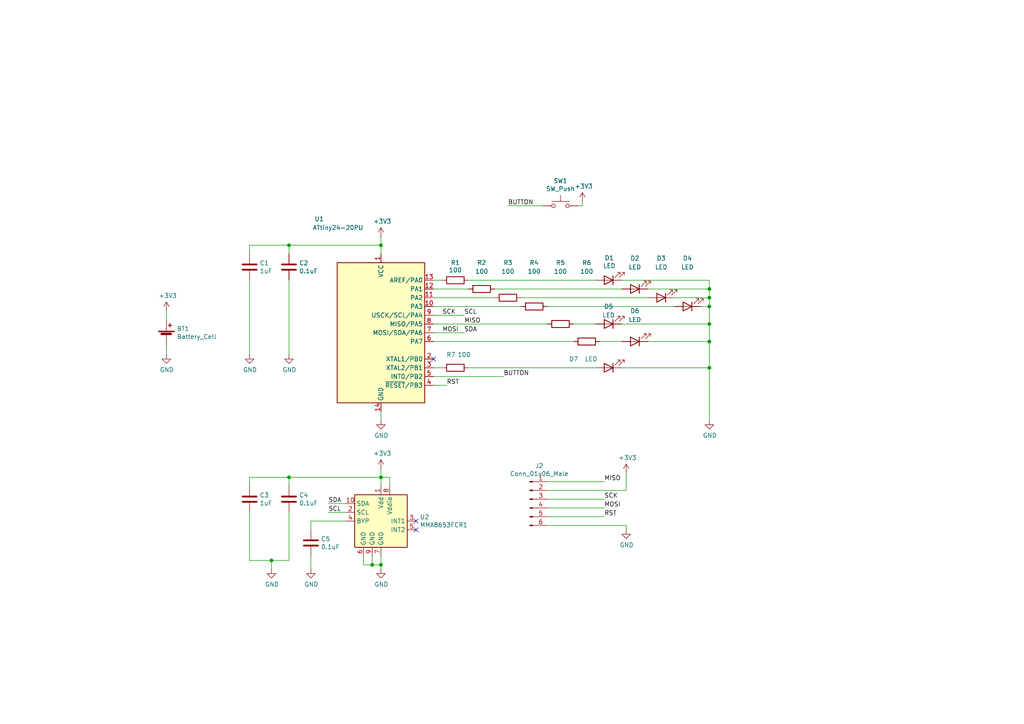
<source format=kicad_sch>
(kicad_sch (version 20211123) (generator eeschema)
  (paper "A4")
  (lib_symbols
    (symbol "Connector:Conn_01x06_Male" (pin_names (offset 1.016) hide)
      (property "Reference" "J" (at 0 7.62 0))
      (property "Value" "Conn_01x06_Male" (at 0 -10.16 0))
      (symbol "Conn_01x06_Male_1_1"
        (polyline (pts (xy 1.27 -7.62) (xy 0.8636 -7.62)) (stroke (width 0.1524)))
        (polyline (pts (xy 1.27 -5.08) (xy 0.8636 -5.08)) (stroke (width 0.1524)))
        (polyline (pts (xy 1.27 -2.54) (xy 0.8636 -2.54)) (stroke (width 0.1524)))
        (polyline (pts (xy 1.27 0) (xy 0.8636 0)) (stroke (width 0.1524)))
        (polyline (pts (xy 1.27 2.54) (xy 0.8636 2.54)) (stroke (width 0.1524)))
        (polyline (pts (xy 1.27 5.08) (xy 0.8636 5.08)) (stroke (width 0.1524)))
        (rectangle (start 0.8636 -7.493) (end 0 -7.747) (stroke (width 0.1524)) (fill (type outline)))
        (rectangle (start 0.8636 -4.953) (end 0 -5.207) (stroke (width 0.1524)) (fill (type outline)))
        (rectangle (start 0.8636 -2.413) (end 0 -2.667) (stroke (width 0.1524)) (fill (type outline)))
        (rectangle (start 0.8636 0.127) (end 0 -0.127) (stroke (width 0.1524)) (fill (type outline)))
        (rectangle (start 0.8636 2.667) (end 0 2.413) (stroke (width 0.1524)) (fill (type outline)))
        (rectangle (start 0.8636 5.207) (end 0 4.953) (stroke (width 0.1524)) (fill (type outline)))
        (pin passive line (at 5.08 5.08 180) (length 3.81) (name "Pin_1") (number "1"))
        (pin passive line (at 5.08 2.54 180) (length 3.81) (name "Pin_2") (number "2"))
        (pin passive line (at 5.08 0 180) (length 3.81) (name "Pin_3") (number "3"))
        (pin passive line (at 5.08 -2.54 180) (length 3.81) (name "Pin_4") (number "4"))
        (pin passive line (at 5.08 -5.08 180) (length 3.81) (name "Pin_5") (number "5"))
        (pin passive line (at 5.08 -7.62 180) (length 3.81) (name "Pin_6") (number "6"))
      )
    )
    (symbol "Device:Battery_Cell" (pin_numbers hide) (pin_names (offset 0) hide)
      (property "Reference" "BT" (at 2.54 2.54 0))
      (property "Value" "Battery_Cell" (at 2.54 0 0))
      (symbol "Battery_Cell_0_1"
        (rectangle (start -2.286 1.778) (end 2.286 1.524) (fill (type outline)))
        (rectangle (start -1.5748 1.1938) (end 1.4732 0.6858) (fill (type outline)))
        (polyline (pts (xy 0 0.762) (xy 0 0)))
        (polyline (pts (xy 0 1.778) (xy 0 2.54)))
        (polyline (pts (xy 0.508 3.429) (xy 1.524 3.429)) (stroke (width 0.254)))
        (polyline (pts (xy 1.016 3.937) (xy 1.016 2.921)) (stroke (width 0.254)))
      )
      (symbol "Battery_Cell_1_1"
        (pin passive line (at 0 5.08 270) (length 2.54) (name "+") (number "1"))
        (pin passive line (at 0 -2.54 90) (length 2.54) (name "-") (number "2"))
      )
    )
    (symbol "Device:C" (pin_numbers hide) (pin_names (offset 0.254))
      (property "Reference" "C" (at 0.635 2.54 0))
      (property "Value" "C" (at 0.635 -2.54 0))
      (symbol "C_0_1"
        (polyline (pts (xy -2.032 -0.762) (xy 2.032 -0.762)) (stroke (width 0.508)))
        (polyline (pts (xy -2.032 0.762) (xy 2.032 0.762)) (stroke (width 0.508)))
      )
      (symbol "C_1_1"
        (pin passive line (at 0 3.81 270) (length 2.794) (name "~") (number "1"))
        (pin passive line (at 0 -3.81 90) (length 2.794) (name "~") (number "2"))
      )
    )
    (symbol "Device:LED" (pin_numbers hide) (pin_names (offset 1.016) hide)
      (property "Reference" "D" (at 0 2.54 0))
      (property "Value" "LED" (at 0 -2.54 0))
      (symbol "LED_0_1"
        (polyline (pts (xy -1.27 -1.27) (xy -1.27 1.27)) (stroke (width 0.254)))
        (polyline (pts (xy -1.27 0) (xy 1.27 0)))
        (polyline (pts (xy 1.27 -1.27) (xy 1.27 1.27) (xy -1.27 0) (xy 1.27 -1.27)) (stroke (width 0.254)))
        (polyline (pts (xy -3.048 -0.762) (xy -4.572 -2.286) (xy -3.81 -2.286) (xy -4.572 -2.286) (xy -4.572 -1.524)))
        (polyline (pts (xy -1.778 -0.762) (xy -3.302 -2.286) (xy -2.54 -2.286) (xy -3.302 -2.286) (xy -3.302 -1.524)))
      )
      (symbol "LED_1_1"
        (pin passive line (at -3.81 0 0) (length 2.54) (name "K") (number "1"))
        (pin passive line (at 3.81 0 180) (length 2.54) (name "A") (number "2"))
      )
    )
    (symbol "Device:R" (pin_numbers hide) (pin_names (offset 0))
      (property "Reference" "R" (at 2.032 0 90))
      (property "Value" "R" (at 0 0 90))
      (symbol "R_0_1"
        (rectangle (start -1.016 -2.54) (end 1.016 2.54) (stroke (width 0.254)))
      )
      (symbol "R_1_1"
        (pin passive line (at 0 3.81 270) (length 1.27) (name "~") (number "1"))
        (pin passive line (at 0 -3.81 90) (length 1.27) (name "~") (number "2"))
      )
    )
    (symbol "MCU_Microchip_ATtiny:ATtiny24-20PU"
      (property "Reference" "U" (at -12.7 21.59 0))
      (property "Value" "MCU_Microchip_ATtiny_ATtiny24-20PU" (at 2.54 -21.59 0))
      (symbol "ATtiny24-20PU_0_1"
        (rectangle (start -12.7 -20.32) (end 12.7 20.32) (stroke (width 0.254)) (fill (type background)))
      )
      (symbol "ATtiny24-20PU_1_1"
        (pin power_in line (at 0 22.86 270) (length 2.54) (name "VCC") (number "1"))
        (pin tri_state line (at 15.24 7.62 180) (length 2.54) (name "PA3") (number "10"))
        (pin tri_state line (at 15.24 10.16 180) (length 2.54) (name "PA2") (number "11"))
        (pin tri_state line (at 15.24 12.7 180) (length 2.54) (name "PA1") (number "12"))
        (pin tri_state line (at 15.24 15.24 180) (length 2.54) (name "AREF/PA0") (number "13"))
        (pin power_in line (at 0 -22.86 90) (length 2.54) (name "GND") (number "14"))
        (pin tri_state line (at 15.24 -7.62 180) (length 2.54) (name "XTAL1/PB0") (number "2"))
        (pin tri_state line (at 15.24 -10.16 180) (length 2.54) (name "XTAL2/PB1") (number "3"))
        (pin tri_state line (at 15.24 -15.24 180) (length 2.54) (name "~{RESET}/PB3") (number "4"))
        (pin tri_state line (at 15.24 -12.7 180) (length 2.54) (name "INT0/PB2") (number "5"))
        (pin tri_state line (at 15.24 -2.54 180) (length 2.54) (name "PA7") (number "6"))
        (pin tri_state line (at 15.24 0 180) (length 2.54) (name "MOSI/SDA/PA6") (number "7"))
        (pin tri_state line (at 15.24 2.54 180) (length 2.54) (name "MISO/PA5") (number "8"))
        (pin tri_state line (at 15.24 5.08 180) (length 2.54) (name "USCK/SCL/PA4") (number "9"))
      )
    )
    (symbol "Sensor_Motion:MMA8653FCR1"
      (property "Reference" "U" (at -7.62 8.89 0))
      (property "Value" "MMA8653FCR1" (at 1.27 -8.89 0))
      (symbol "MMA8653FCR1_0_1"
        (rectangle (start -7.62 7.62) (end 7.62 -7.62) (stroke (width 0.254)) (fill (type background)))
      )
      (symbol "MMA8653FCR1_1_1"
        (pin power_in line (at 0 10.16 270) (length 2.54) (name "Vdd") (number "1"))
        (pin input line (at -10.16 5.08 0) (length 2.54) (name "SDA") (number "10"))
        (pin input line (at -10.16 2.54 0) (length 2.54) (name "SCL") (number "2"))
        (pin output line (at 10.16 0 180) (length 2.54) (name "INT1") (number "3"))
        (pin input line (at -10.16 0 0) (length 2.54) (name "BYP") (number "4"))
        (pin output line (at 10.16 -2.54 180) (length 2.54) (name "INT2") (number "5"))
        (pin power_in line (at -5.08 -10.16 90) (length 2.54) (name "GND") (number "6"))
        (pin power_in line (at 0 -10.16 90) (length 2.54) (name "GND") (number "7"))
        (pin power_in line (at 2.54 10.16 270) (length 2.54) (name "Vddio") (number "8"))
        (pin power_in line (at -2.54 -10.16 90) (length 2.54) (name "GND") (number "9"))
      )
    )
    (symbol "Switch:SW_Push" (pin_numbers hide) (pin_names (offset 1.016) hide)
      (property "Reference" "SW" (at 1.27 2.54 0))
      (property "Value" "SW_Push" (at 0 -1.524 0))
      (symbol "SW_Push_0_1"
        (circle (center -2.032 0) (radius 0.508))
        (polyline (pts (xy 0 1.27) (xy 0 3.048)))
        (polyline (pts (xy 2.54 1.27) (xy -2.54 1.27)))
        (circle (center 2.032 0) (radius 0.508))
        (pin passive line (at -5.08 0 0) (length 2.54) (name "1") (number "1"))
        (pin passive line (at 5.08 0 180) (length 2.54) (name "2") (number "2"))
      )
    )
    (symbol "power:+3.3V" (power) (pin_names (offset 0))
      (property "Value" "+3.3V" (at 0 3.556 0))
      (symbol "+3.3V_0_1"
        (polyline (pts (xy -0.762 1.27) (xy 0 2.54)))
        (polyline (pts (xy 0 0) (xy 0 2.54)))
        (polyline (pts (xy 0 2.54) (xy 0.762 1.27)))
      )
      (symbol "+3.3V_1_1"
        (pin power_in line (at 0 0 90) (length 0) hide (name "+3V3") (number "1"))
      )
    )
    (symbol "power:GND" (power) (pin_names (offset 0))
      (property "Value" "GND" (at 0 -3.81 0))
      (symbol "GND_0_1"
        (polyline (pts (xy 0 0) (xy 0 -1.27) (xy 1.27 -1.27) (xy 0 -2.54) (xy -1.27 -1.27) (xy 0 -1.27)))
      )
      (symbol "GND_1_1"
        (pin power_in line (at 0 0 270) (length 0) hide (name "GND") (number "1"))
      )
    )
  )
  (junction (at 83.82 138.43))
  (junction (at 205.74 106.68))
  (junction (at 205.74 99.06))
  (junction (at 110.49 71.12))
  (junction (at 205.74 86.36))
  (junction (at 205.74 83.82))
  (junction (at 78.74 162.56))
  (junction (at 205.74 88.9))
  (junction (at 107.95 163.83))
  (junction (at 83.82 71.12))
  (junction (at 110.49 163.83))
  (junction (at 205.74 93.98))
  (junction (at 110.49 138.43))
  (no_connect (at 120.65 153.67))
  (no_connect (at 120.65 151.13))
  (no_connect (at 125.73 104.14))
  (wire (pts (xy 158.75 144.78) (xy 175.26 144.78)))
  (wire (pts (xy 48.26 100.33) (xy 48.26 102.87)))
  (wire (pts (xy 181.61 152.4) (xy 181.61 153.67)))
  (wire (pts (xy 83.82 162.56) (xy 83.82 148.59)))
  (wire (pts (xy 205.74 88.9) (xy 205.74 93.98)))
  (wire (pts (xy 83.82 71.12) (xy 83.82 73.66)))
  (wire (pts (xy 125.73 86.36) (xy 143.51 86.36)))
  (wire (pts (xy 113.03 140.97) (xy 113.03 138.43)))
  (wire (pts (xy 105.41 161.29) (xy 105.41 163.83)))
  (wire (pts (xy 187.96 83.82) (xy 205.74 83.82)))
  (wire (pts (xy 125.73 81.28) (xy 128.27 81.28)))
  (wire (pts (xy 195.58 86.36) (xy 205.74 86.36)))
  (wire (pts (xy 90.17 151.13) (xy 100.33 151.13)))
  (wire (pts (xy 125.73 109.22) (xy 146.05 109.22)))
  (wire (pts (xy 83.82 81.28) (xy 83.82 102.87)))
  (wire (pts (xy 135.89 106.68) (xy 172.72 106.68)))
  (wire (pts (xy 110.49 163.83) (xy 110.49 165.1)))
  (wire (pts (xy 90.17 161.29) (xy 90.17 165.1)))
  (wire (pts (xy 125.73 93.98) (xy 158.75 93.98)))
  (wire (pts (xy 143.51 83.82) (xy 180.34 83.82)))
  (wire (pts (xy 168.91 58.42) (xy 168.91 59.69)))
  (wire (pts (xy 105.41 163.83) (xy 107.95 163.83)))
  (wire (pts (xy 158.75 142.24) (xy 181.61 142.24)))
  (wire (pts (xy 83.82 71.12) (xy 110.49 71.12)))
  (wire (pts (xy 107.95 161.29) (xy 107.95 163.83)))
  (wire (pts (xy 125.73 96.52) (xy 134.62 96.52)))
  (wire (pts (xy 72.39 162.56) (xy 78.74 162.56)))
  (wire (pts (xy 110.49 119.38) (xy 110.49 121.92)))
  (wire (pts (xy 187.96 99.06) (xy 205.74 99.06)))
  (wire (pts (xy 83.82 138.43) (xy 83.82 140.97)))
  (wire (pts (xy 72.39 148.59) (xy 72.39 162.56)))
  (wire (pts (xy 72.39 71.12) (xy 72.39 73.66)))
  (wire (pts (xy 110.49 161.29) (xy 110.49 163.83)))
  (wire (pts (xy 107.95 163.83) (xy 110.49 163.83)))
  (wire (pts (xy 110.49 135.89) (xy 110.49 138.43)))
  (wire (pts (xy 110.49 138.43) (xy 110.49 140.97)))
  (wire (pts (xy 72.39 81.28) (xy 72.39 102.87)))
  (wire (pts (xy 180.34 81.28) (xy 205.74 81.28)))
  (wire (pts (xy 158.75 139.7) (xy 175.26 139.7)))
  (wire (pts (xy 125.73 83.82) (xy 135.89 83.82)))
  (wire (pts (xy 166.37 99.06) (xy 125.73 99.06)))
  (wire (pts (xy 180.34 93.98) (xy 205.74 93.98)))
  (wire (pts (xy 181.61 142.24) (xy 181.61 137.16)))
  (wire (pts (xy 48.26 90.17) (xy 48.26 92.71)))
  (wire (pts (xy 83.82 138.43) (xy 72.39 138.43)))
  (wire (pts (xy 125.73 88.9) (xy 151.13 88.9)))
  (wire (pts (xy 167.64 59.69) (xy 168.91 59.69)))
  (wire (pts (xy 205.74 81.28) (xy 205.74 83.82)))
  (wire (pts (xy 158.75 147.32) (xy 175.26 147.32)))
  (wire (pts (xy 203.2 88.9) (xy 205.74 88.9)))
  (wire (pts (xy 78.74 162.56) (xy 83.82 162.56)))
  (wire (pts (xy 158.75 149.86) (xy 175.26 149.86)))
  (wire (pts (xy 173.99 99.06) (xy 180.34 99.06)))
  (wire (pts (xy 135.89 81.28) (xy 172.72 81.28)))
  (wire (pts (xy 205.74 86.36) (xy 205.74 88.9)))
  (wire (pts (xy 205.74 93.98) (xy 205.74 99.06)))
  (wire (pts (xy 205.74 83.82) (xy 205.74 86.36)))
  (wire (pts (xy 110.49 71.12) (xy 110.49 73.66)))
  (wire (pts (xy 125.73 106.68) (xy 128.27 106.68)))
  (wire (pts (xy 205.74 99.06) (xy 205.74 106.68)))
  (wire (pts (xy 83.82 71.12) (xy 72.39 71.12)))
  (wire (pts (xy 180.34 106.68) (xy 205.74 106.68)))
  (wire (pts (xy 78.74 162.56) (xy 78.74 165.1)))
  (wire (pts (xy 158.75 152.4) (xy 181.61 152.4)))
  (wire (pts (xy 100.33 148.59) (xy 95.25 148.59)))
  (wire (pts (xy 83.82 138.43) (xy 110.49 138.43)))
  (wire (pts (xy 110.49 68.58) (xy 110.49 71.12)))
  (wire (pts (xy 147.32 59.69) (xy 157.48 59.69)))
  (wire (pts (xy 205.74 106.68) (xy 205.74 121.92)))
  (wire (pts (xy 166.37 93.98) (xy 172.72 93.98)))
  (wire (pts (xy 113.03 138.43) (xy 110.49 138.43)))
  (wire (pts (xy 151.13 86.36) (xy 187.96 86.36)))
  (wire (pts (xy 72.39 138.43) (xy 72.39 140.97)))
  (wire (pts (xy 100.33 146.05) (xy 95.25 146.05)))
  (wire (pts (xy 158.75 88.9) (xy 195.58 88.9)))
  (wire (pts (xy 125.73 111.76) (xy 129.54 111.76)))
  (wire (pts (xy 125.73 91.44) (xy 134.62 91.44)))
  (wire (pts (xy 90.17 153.67) (xy 90.17 151.13)))
  (label "BUTTON" (at 146.05 109.22 0))
  (label "SCK" (at 128.27 91.44 0))
  (label "RST" (at 175.26 149.86 0))
  (label "SCK" (at 175.26 144.78 0))
  (label "MOSI" (at 175.26 147.32 0))
  (label "BUTTON" (at 147.32 59.69 0))
  (label "MISO" (at 134.62 93.98 0))
  (label "SDA" (at 134.62 96.52 0))
  (label "MOSI" (at 128.27 96.52 0))
  (label "RST" (at 129.54 111.76 0))
  (label "SCL" (at 95.25 148.59 0))
  (label "SCL" (at 134.62 91.44 0))
  (label "MISO" (at 175.26 139.7 0))
  (label "SDA" (at 95.25 146.05 0))
  (symbol (lib_id "Device:Battery_Cell") (at 48.26 97.79 0) (unit 1)
    (property "Reference" "BT1" (at 51.2572 95.3516 0) (effects (justify left)))
    (property "Value" "Battery_Cell" (at 51.2572 97.663 0) (effects (justify left)))
    (property "Footprint" "Battery:BatteryHolder_Keystone_106_1x20mm" (effects hide))
  )
  (symbol (lib_id "power:+3.3V") (at 48.26 90.17 0) (unit 1)
    (property "Reference" "#PWR03" (effects hide))
    (property "Value" "+3.3V" (at 48.641 85.7758 0))
  )
  (symbol (lib_id "power:GND") (at 48.26 102.87 0) (unit 1)
    (property "Reference" "#PWR04" (effects hide))
    (property "Value" "GND" (at 48.387 107.2642 0))
  )
  (symbol (lib_id "Device:LED") (at 176.53 81.28 180) (unit 1)
    (property "Reference" "D1" (at 176.7078 74.803 0))
    (property "Value" "LED" (at 176.7078 77.1144 0))
    (property "Footprint" "LEDs:LED_D5.0mm" (effects hide))
  )
  (symbol (lib_id "Device:LED") (at 184.15 83.82 180) (unit 1)
    (property "Reference" "D2" (at 184.15 74.93 0))
    (property "Value" "LED" (at 184.15 77.47 0))
    (property "Footprint" "LEDs:LED_D5.0mm" (effects hide))
  )
  (symbol (lib_id "Device:LED") (at 191.77 86.36 180) (unit 1)
    (property "Reference" "D3" (at 191.77 74.93 0))
    (property "Value" "LED" (at 191.77 77.47 0))
    (property "Footprint" "LEDs:LED_D5.0mm" (effects hide))
  )
  (symbol (lib_id "Device:LED") (at 199.39 88.9 180) (unit 1)
    (property "Reference" "D4" (at 199.39 74.93 0))
    (property "Value" "LED" (at 199.39 77.47 0))
    (property "Footprint" "LEDs:LED_D5.0mm" (effects hide))
  )
  (symbol (lib_id "Device:LED") (at 176.53 93.98 180) (unit 1)
    (property "Reference" "D5" (at 176.53 88.9 0))
    (property "Value" "LED" (at 176.53 91.44 0))
    (property "Footprint" "LEDs:LED_D5.0mm" (effects hide))
  )
  (symbol (lib_id "Device:LED") (at 184.15 99.06 180) (unit 1)
    (property "Reference" "D6" (at 184.15 90.17 0))
    (property "Value" "LED" (at 184.15 92.71 0))
    (property "Footprint" "LEDs:LED_D5.0mm" (effects hide))
  )
  (symbol (lib_id "Device:LED") (at 176.53 106.68 180) (unit 1)
    (property "Reference" "D7" (at 166.37 104.14 0))
    (property "Value" "LED" (at 171.45 104.14 0))
    (property "Footprint" "LEDs:LED_D5.0mm" (effects hide))
  )
  (symbol (lib_id "power:GND") (at 205.74 121.92 0) (unit 1)
    (property "Reference" "#PWR08" (effects hide))
    (property "Value" "GND" (at 205.867 126.3142 0))
  )
  (symbol (lib_id "power:GND") (at 110.49 121.92 0) (unit 1)
    (property "Reference" "#PWR07" (effects hide))
    (property "Value" "GND" (at 110.617 126.3142 0))
  )
  (symbol (lib_id "Device:R") (at 132.08 81.28 270) (unit 1)
    (property "Reference" "R1" (at 132.08 76.2 90))
    (property "Value" "100" (at 132.08 78.3336 90))
    (property "Footprint" "Resistors_THT:R_Axial_DIN0207_L6.3mm_D2.5mm_P10.16mm_Horizontal" (effects hide))
  )
  (symbol (lib_id "Device:R") (at 139.7 83.82 270) (unit 1)
    (property "Reference" "R2" (at 139.7 76.2 90))
    (property "Value" "100" (at 139.7 78.74 90))
    (property "Footprint" "Resistors_THT:R_Axial_DIN0207_L6.3mm_D2.5mm_P10.16mm_Horizontal" (effects hide))
  )
  (symbol (lib_id "Device:R") (at 147.32 86.36 270) (unit 1)
    (property "Reference" "R3" (at 147.32 76.2 90))
    (property "Value" "100" (at 147.32 78.74 90))
    (property "Footprint" "Resistors_THT:R_Axial_DIN0207_L6.3mm_D2.5mm_P10.16mm_Horizontal" (effects hide))
  )
  (symbol (lib_id "Device:R") (at 154.94 88.9 270) (unit 1)
    (property "Reference" "R4" (at 154.94 76.2 90))
    (property "Value" "100" (at 154.94 78.74 90))
    (property "Footprint" "Resistors_THT:R_Axial_DIN0207_L6.3mm_D2.5mm_P10.16mm_Horizontal" (effects hide))
  )
  (symbol (lib_id "Device:R") (at 162.56 93.98 270) (unit 1)
    (property "Reference" "R5" (at 162.56 76.2 90))
    (property "Value" "100" (at 162.56 78.74 90))
    (property "Footprint" "Resistors_THT:R_Axial_DIN0207_L6.3mm_D2.5mm_P10.16mm_Horizontal" (effects hide))
  )
  (symbol (lib_id "Device:R") (at 170.18 99.06 270) (unit 1)
    (property "Reference" "R6" (at 170.18 76.2 90))
    (property "Value" "100" (at 170.18 78.74 90))
    (property "Footprint" "Resistors_THT:R_Axial_DIN0207_L6.3mm_D2.5mm_P10.16mm_Horizontal" (effects hide))
  )
  (symbol (lib_id "Device:R") (at 132.08 106.68 270) (unit 1)
    (property "Reference" "R7" (at 130.81 102.87 90))
    (property "Value" "100" (at 134.62 102.87 90))
    (property "Footprint" "Resistors_THT:R_Axial_DIN0207_L6.3mm_D2.5mm_P10.16mm_Horizontal" (effects hide))
  )
  (symbol (lib_id "power:+3.3V") (at 110.49 68.58 0) (unit 1)
    (property "Reference" "#PWR02" (effects hide))
    (property "Value" "+3.3V" (at 110.871 64.1858 0))
  )
  (symbol (lib_id "Switch:SW_Push") (at 162.56 59.69 0) (unit 1)
    (property "Reference" "SW1" (at 162.56 52.451 0))
    (property "Value" "SW_Push" (at 162.56 54.7624 0))
    (property "Footprint" "Buttons_Switches_THT:SW_PUSH_6mm_h4.3mm" (effects hide))
  )
  (symbol (lib_id "power:+3.3V") (at 181.61 137.16 0) (unit 1)
    (property "Reference" "#PWR09" (effects hide))
    (property "Value" "+3.3V" (at 181.991 132.7658 0))
  )
  (symbol (lib_id "power:GND") (at 181.61 153.67 0) (unit 1)
    (property "Reference" "#PWR012" (effects hide))
    (property "Value" "GND" (at 181.737 158.0642 0))
  )
  (symbol (lib_id "MCU_Microchip_ATtiny:ATtiny24-20PU") (at 110.49 96.52 0) (unit 1)
    (property "Reference" "U1" (at 93.98 63.5 0) (effects (justify right)))
    (property "Value" "ATtiny24-20PU" (at 105.41 66.04 0) (effects (justify right)))
    (property "Footprint" "Housings_DIP:DIP-14_W7.62mm_LongPads" (effects hide))
    (property "Datasheet" "http://ww1.microchip.com/downloads/en/DeviceDoc/doc8006.pdf" (effects hide))
  )
  (symbol (lib_id "Sensor_Motion:MMA8653FCR1") (at 110.49 151.13 0) (unit 1)
    (property "Reference" "U2" (at 121.7676 149.9616 0) (effects (justify left)))
    (property "Value" "MMA8653FCR1" (at 121.7676 152.273 0) (effects (justify left)))
    (property "Footprint" "Housings_DFN_QFN:DFN-10_2x2mm_Pitch0.4mm" (effects hide))
    (property "Datasheet" "http://cache.freescale.com/files/sensors/doc/data_sheet/MMA8653FC.pdf" (effects hide))
  )
  (symbol (lib_id "power:+3.3V") (at 110.49 135.89 0) (unit 1)
    (property "Reference" "#PWR011" (effects hide))
    (property "Value" "+3.3V" (at 110.871 131.4958 0))
  )
  (symbol (lib_id "power:GND") (at 110.49 165.1 0) (unit 1)
    (property "Reference" "#PWR015" (effects hide))
    (property "Value" "GND" (at 110.617 169.4942 0))
  )
  (symbol (lib_id "Device:C") (at 83.82 144.78 0) (unit 1)
    (property "Reference" "C4" (at 86.741 143.6116 0) (effects (justify left)))
    (property "Value" "0.1uF" (at 86.741 145.923 0) (effects (justify left)))
    (property "Footprint" "Capacitors_SMD:C_0603" (effects hide))
  )
  (symbol (lib_id "Device:C") (at 72.39 144.78 0) (unit 1)
    (property "Reference" "C3" (at 75.311 143.6116 0) (effects (justify left)))
    (property "Value" "1uF" (at 75.311 145.923 0) (effects (justify left)))
    (property "Footprint" "Capacitors_SMD:C_0603" (effects hide))
  )
  (symbol (lib_id "Device:C") (at 90.17 157.48 0) (unit 1)
    (property "Reference" "C5" (at 93.091 156.3116 0) (effects (justify left)))
    (property "Value" "0.1uF" (at 93.091 158.623 0) (effects (justify left)))
    (property "Footprint" "Capacitors_SMD:C_0603" (effects hide))
  )
  (symbol (lib_id "power:GND") (at 90.17 165.1 0) (unit 1)
    (property "Reference" "#PWR014" (effects hide))
    (property "Value" "GND" (at 90.297 169.4942 0))
  )
  (symbol (lib_id "power:GND") (at 78.74 165.1 0) (unit 1)
    (property "Reference" "#PWR013" (effects hide))
    (property "Value" "GND" (at 78.867 169.4942 0))
  )
  (symbol (lib_id "Device:C") (at 83.82 77.47 0) (unit 1)
    (property "Reference" "C2" (at 86.741 76.3016 0) (effects (justify left)))
    (property "Value" "0.1uF" (at 86.741 78.613 0) (effects (justify left)))
    (property "Footprint" "Capacitors_SMD:C_0603" (effects hide))
  )
  (symbol (lib_id "Device:C") (at 72.39 77.47 0) (unit 1)
    (property "Reference" "C1" (at 75.311 76.3016 0) (effects (justify left)))
    (property "Value" "1uF" (at 75.311 78.613 0) (effects (justify left)))
    (property "Footprint" "Capacitors_SMD:C_0603" (effects hide))
  )
  (symbol (lib_id "power:GND") (at 72.39 102.87 0) (unit 1)
    (property "Reference" "#PWR05" (effects hide))
    (property "Value" "GND" (at 72.517 107.2642 0))
  )
  (symbol (lib_id "power:GND") (at 83.82 102.87 0) (unit 1)
    (property "Reference" "#PWR06" (effects hide))
    (property "Value" "GND" (at 83.947 107.2642 0))
  )
  (symbol (lib_id "Connector:Conn_01x06_Male") (at 153.67 144.78 0) (unit 1)
    (property "Reference" "J2" (at 156.4132 135.1026 0))
    (property "Value" "Conn_01x06_Male" (at 156.4132 137.414 0))
    (property "Footprint" "Pin_Headers:Pin_Header_Straight_2x03_Pitch2.54mm" (effects hide))
  )
  (symbol (lib_id "power:+3.3V") (at 168.91 58.42 0) (unit 1)
    (property "Reference" "#PWR?" (effects hide))
    (property "Value" "+3.3V" (at 169.291 54.0258 0))
  )
)
</source>
